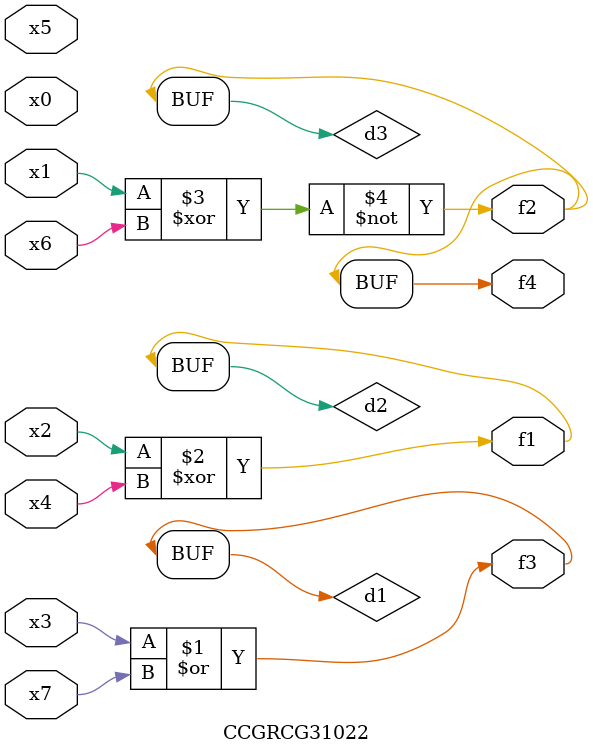
<source format=v>
module CCGRCG31022(
	input x0, x1, x2, x3, x4, x5, x6, x7,
	output f1, f2, f3, f4
);

	wire d1, d2, d3;

	or (d1, x3, x7);
	xor (d2, x2, x4);
	xnor (d3, x1, x6);
	assign f1 = d2;
	assign f2 = d3;
	assign f3 = d1;
	assign f4 = d3;
endmodule

</source>
